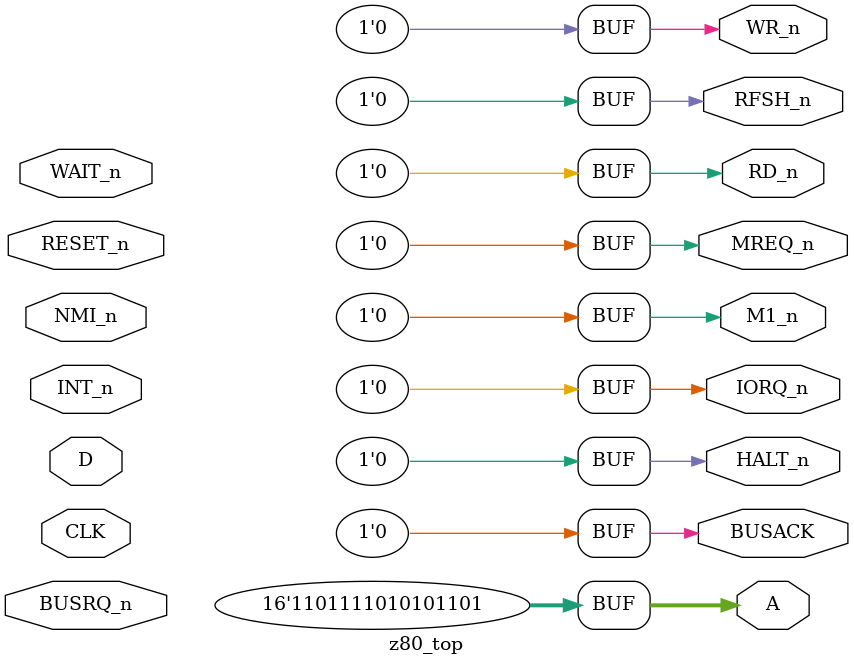
<source format=v>

module z80_top (
    // System Control
    output M1_n,
    output MREQ_n,
    output IORQ_n,
    output RD_n,
    output WR_n,
    output RFSH_n,
    // CPU Control
    output HALT_n,
    input WAIT_n,
    input INT_n,
    input NMI_n,
    input RESET_n,
    // CPU Bus control
    input BUSRQ_n,
    output BUSACK,
    // Address Bus
    output [15:0] A,
    inout D,
    // misc
    input CLK
    // input vdd,
    // input vss
);

assign M1_n = 0;
assign MREQ_n = 0;
assign IORQ_n = 0;
assign RD_n = 0;
assign WR_n = 0;
assign RFSH_n = 0;
assign HALT_n = 0;
assign BUSACK = 0;
assign A = 16'hDEAD;

endmodule

</source>
